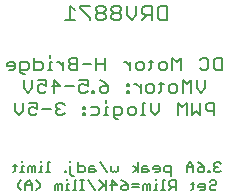
<source format=gbr>
G04 EAGLE Gerber RS-274X export*
G75*
%MOMM*%
%FSLAX34Y34*%
%LPD*%
%INSilkscreen Bottom*%
%IPPOS*%
%AMOC8*
5,1,8,0,0,1.08239X$1,22.5*%
G01*
%ADD10C,0.203200*%
%ADD11C,0.152400*%


D10*
X192866Y186953D02*
X192866Y176276D01*
X187527Y176276D01*
X185748Y178056D01*
X185748Y185174D01*
X187527Y186953D01*
X192866Y186953D01*
X175833Y186953D02*
X174054Y185174D01*
X175833Y186953D02*
X179392Y186953D01*
X181172Y185174D01*
X181172Y178056D01*
X179392Y176276D01*
X175833Y176276D01*
X174054Y178056D01*
X157784Y176276D02*
X157784Y186953D01*
X154225Y183394D01*
X150666Y186953D01*
X150666Y176276D01*
X144311Y176276D02*
X140752Y176276D01*
X138972Y178056D01*
X138972Y181615D01*
X140752Y183394D01*
X144311Y183394D01*
X146090Y181615D01*
X146090Y178056D01*
X144311Y176276D01*
X132617Y178056D02*
X132617Y185174D01*
X132617Y178056D02*
X130837Y176276D01*
X130837Y183394D02*
X134396Y183394D01*
X124821Y176276D02*
X121262Y176276D01*
X119482Y178056D01*
X119482Y181615D01*
X121262Y183394D01*
X124821Y183394D01*
X126600Y181615D01*
X126600Y178056D01*
X124821Y176276D01*
X114906Y176276D02*
X114906Y183394D01*
X114906Y179835D02*
X111347Y183394D01*
X109568Y183394D01*
X93467Y186953D02*
X93467Y176276D01*
X93467Y181615D02*
X86349Y181615D01*
X86349Y186953D02*
X86349Y176276D01*
X81773Y181615D02*
X74655Y181615D01*
X70079Y186953D02*
X70079Y176276D01*
X70079Y186953D02*
X64741Y186953D01*
X62961Y185174D01*
X62961Y183394D01*
X64741Y181615D01*
X62961Y179835D01*
X62961Y178056D01*
X64741Y176276D01*
X70079Y176276D01*
X70079Y181615D02*
X64741Y181615D01*
X58385Y183394D02*
X58385Y176276D01*
X58385Y179835D02*
X54826Y183394D01*
X53047Y183394D01*
X48640Y183394D02*
X46861Y183394D01*
X46861Y176276D01*
X48640Y176276D02*
X45081Y176276D01*
X46861Y186953D02*
X46861Y188733D01*
X33726Y186953D02*
X33726Y176276D01*
X39065Y176276D01*
X40844Y178056D01*
X40844Y181615D01*
X39065Y183394D01*
X33726Y183394D01*
X25591Y172717D02*
X23812Y172717D01*
X22032Y174497D01*
X22032Y183394D01*
X27371Y183394D01*
X29150Y181615D01*
X29150Y178056D01*
X27371Y176276D01*
X22032Y176276D01*
X15677Y176276D02*
X12118Y176276D01*
X15677Y176276D02*
X17456Y178056D01*
X17456Y181615D01*
X15677Y183394D01*
X12118Y183394D01*
X10338Y181615D01*
X10338Y179835D01*
X17456Y179835D01*
X178248Y167903D02*
X178248Y160785D01*
X174689Y157226D01*
X171130Y160785D01*
X171130Y167903D01*
X166554Y167903D02*
X166554Y157226D01*
X162995Y164344D02*
X166554Y167903D01*
X162995Y164344D02*
X159436Y167903D01*
X159436Y157226D01*
X153081Y157226D02*
X149522Y157226D01*
X147742Y159006D01*
X147742Y162565D01*
X149522Y164344D01*
X153081Y164344D01*
X154861Y162565D01*
X154861Y159006D01*
X153081Y157226D01*
X141387Y159006D02*
X141387Y166124D01*
X141387Y159006D02*
X139608Y157226D01*
X139608Y164344D02*
X143167Y164344D01*
X133591Y157226D02*
X130032Y157226D01*
X128253Y159006D01*
X128253Y162565D01*
X130032Y164344D01*
X133591Y164344D01*
X135371Y162565D01*
X135371Y159006D01*
X133591Y157226D01*
X123677Y157226D02*
X123677Y164344D01*
X123677Y160785D02*
X120118Y164344D01*
X118338Y164344D01*
X113932Y164344D02*
X112152Y164344D01*
X112152Y162565D01*
X113932Y162565D01*
X113932Y164344D01*
X113932Y159006D02*
X112152Y159006D01*
X112152Y157226D01*
X113932Y157226D01*
X113932Y159006D01*
X92832Y166124D02*
X89273Y167903D01*
X92832Y166124D02*
X96391Y162565D01*
X96391Y159006D01*
X94611Y157226D01*
X91052Y157226D01*
X89273Y159006D01*
X89273Y160785D01*
X91052Y162565D01*
X96391Y162565D01*
X84697Y159006D02*
X84697Y157226D01*
X84697Y159006D02*
X82917Y159006D01*
X82917Y157226D01*
X84697Y157226D01*
X78850Y167903D02*
X71732Y167903D01*
X78850Y167903D02*
X78850Y162565D01*
X75291Y164344D01*
X73511Y164344D01*
X71732Y162565D01*
X71732Y159006D01*
X73511Y157226D01*
X77070Y157226D01*
X78850Y159006D01*
X67156Y162565D02*
X60038Y162565D01*
X50123Y167903D02*
X50123Y157226D01*
X55462Y162565D02*
X50123Y167903D01*
X48344Y162565D02*
X55462Y162565D01*
X43768Y167903D02*
X36650Y167903D01*
X43768Y167903D02*
X43768Y162565D01*
X40209Y164344D01*
X38429Y164344D01*
X36650Y162565D01*
X36650Y159006D01*
X38429Y157226D01*
X41988Y157226D01*
X43768Y159006D01*
X32074Y160785D02*
X32074Y167903D01*
X32074Y160785D02*
X28515Y157226D01*
X24956Y160785D01*
X24956Y167903D01*
X186044Y148853D02*
X186044Y138176D01*
X186044Y148853D02*
X180706Y148853D01*
X178926Y147074D01*
X178926Y143515D01*
X180706Y141735D01*
X186044Y141735D01*
X174350Y138176D02*
X174350Y148853D01*
X170791Y141735D02*
X174350Y138176D01*
X170791Y141735D02*
X167232Y138176D01*
X167232Y148853D01*
X162657Y148853D02*
X162657Y138176D01*
X159097Y145294D02*
X162657Y148853D01*
X159097Y145294D02*
X155538Y148853D01*
X155538Y138176D01*
X139269Y141735D02*
X139269Y148853D01*
X139269Y141735D02*
X135710Y138176D01*
X132151Y141735D01*
X132151Y148853D01*
X127575Y148853D02*
X125795Y148853D01*
X125795Y138176D01*
X124016Y138176D02*
X127575Y138176D01*
X117999Y138176D02*
X114440Y138176D01*
X112661Y139956D01*
X112661Y143515D01*
X114440Y145294D01*
X117999Y145294D01*
X119779Y143515D01*
X119779Y139956D01*
X117999Y138176D01*
X104526Y134617D02*
X102746Y134617D01*
X100967Y136397D01*
X100967Y145294D01*
X106305Y145294D01*
X108085Y143515D01*
X108085Y139956D01*
X106305Y138176D01*
X100967Y138176D01*
X96391Y145294D02*
X94611Y145294D01*
X94611Y138176D01*
X92832Y138176D02*
X96391Y138176D01*
X94611Y148853D02*
X94611Y150633D01*
X86815Y145294D02*
X81477Y145294D01*
X86815Y145294D02*
X88595Y143515D01*
X88595Y139956D01*
X86815Y138176D01*
X81477Y138176D01*
X76901Y145294D02*
X75121Y145294D01*
X75121Y143515D01*
X76901Y143515D01*
X76901Y145294D01*
X76901Y139956D02*
X75121Y139956D01*
X75121Y138176D01*
X76901Y138176D01*
X76901Y139956D01*
X59360Y147074D02*
X57580Y148853D01*
X54021Y148853D01*
X52242Y147074D01*
X52242Y145294D01*
X54021Y143515D01*
X55801Y143515D01*
X54021Y143515D02*
X52242Y141735D01*
X52242Y139956D01*
X54021Y138176D01*
X57580Y138176D01*
X59360Y139956D01*
X47666Y143515D02*
X40548Y143515D01*
X35972Y148853D02*
X28854Y148853D01*
X35972Y148853D02*
X35972Y143515D01*
X32413Y145294D01*
X30633Y145294D01*
X28854Y143515D01*
X28854Y139956D01*
X30633Y138176D01*
X34192Y138176D01*
X35972Y139956D01*
X24278Y141735D02*
X24278Y148853D01*
X24278Y141735D02*
X20719Y138176D01*
X17160Y141735D01*
X17160Y148853D01*
D11*
X190321Y98305D02*
X191762Y96865D01*
X190321Y98305D02*
X187440Y98305D01*
X186000Y96865D01*
X186000Y95424D01*
X187440Y93984D01*
X188881Y93984D01*
X187440Y93984D02*
X186000Y92543D01*
X186000Y91103D01*
X187440Y89662D01*
X190321Y89662D01*
X191762Y91103D01*
X182407Y91103D02*
X182407Y89662D01*
X182407Y91103D02*
X180966Y91103D01*
X180966Y89662D01*
X182407Y89662D01*
X174848Y96865D02*
X171967Y98305D01*
X174848Y96865D02*
X177729Y93984D01*
X177729Y91103D01*
X176289Y89662D01*
X173407Y89662D01*
X171967Y91103D01*
X171967Y92543D01*
X173407Y93984D01*
X177729Y93984D01*
X168374Y95424D02*
X168374Y89662D01*
X168374Y95424D02*
X165493Y98305D01*
X162612Y95424D01*
X162612Y89662D01*
X162612Y93984D02*
X168374Y93984D01*
X149664Y95424D02*
X149664Y86781D01*
X149664Y95424D02*
X145342Y95424D01*
X143901Y93984D01*
X143901Y91103D01*
X145342Y89662D01*
X149664Y89662D01*
X138868Y89662D02*
X135987Y89662D01*
X138868Y89662D02*
X140308Y91103D01*
X140308Y93984D01*
X138868Y95424D01*
X135987Y95424D01*
X134546Y93984D01*
X134546Y92543D01*
X140308Y92543D01*
X129513Y95424D02*
X126632Y95424D01*
X125191Y93984D01*
X125191Y89662D01*
X129513Y89662D01*
X130953Y91103D01*
X129513Y92543D01*
X125191Y92543D01*
X121598Y89662D02*
X121598Y98305D01*
X121598Y92543D02*
X117276Y89662D01*
X121598Y92543D02*
X117276Y95424D01*
X104447Y95424D02*
X104447Y91103D01*
X103006Y89662D01*
X101566Y91103D01*
X100125Y89662D01*
X98685Y91103D01*
X98685Y95424D01*
X95092Y89662D02*
X89329Y98305D01*
X84296Y95424D02*
X81415Y95424D01*
X79974Y93984D01*
X79974Y89662D01*
X84296Y89662D01*
X85737Y91103D01*
X84296Y92543D01*
X79974Y92543D01*
X70619Y89662D02*
X70619Y98305D01*
X70619Y89662D02*
X74941Y89662D01*
X76381Y91103D01*
X76381Y93984D01*
X74941Y95424D01*
X70619Y95424D01*
X67026Y86781D02*
X65586Y86781D01*
X64145Y88221D01*
X64145Y95424D01*
X64145Y98305D02*
X64145Y99746D01*
X60789Y91103D02*
X60789Y89662D01*
X60789Y91103D02*
X59349Y91103D01*
X59349Y89662D01*
X60789Y89662D01*
X46757Y98305D02*
X45316Y98305D01*
X45316Y89662D01*
X46757Y89662D02*
X43875Y89662D01*
X40520Y95424D02*
X39079Y95424D01*
X39079Y89662D01*
X37639Y89662D02*
X40520Y89662D01*
X39079Y98305D02*
X39079Y99746D01*
X34283Y95424D02*
X34283Y89662D01*
X34283Y95424D02*
X32842Y95424D01*
X31402Y93984D01*
X31402Y89662D01*
X31402Y93984D02*
X29961Y95424D01*
X28521Y93984D01*
X28521Y89662D01*
X24928Y95424D02*
X23487Y95424D01*
X23487Y89662D01*
X22047Y89662D02*
X24928Y89662D01*
X23487Y98305D02*
X23487Y99746D01*
X17250Y96865D02*
X17250Y91103D01*
X15810Y89662D01*
X15810Y95424D02*
X18691Y95424D01*
X182102Y81625D02*
X183542Y83065D01*
X186423Y83065D01*
X187864Y81625D01*
X187864Y80184D01*
X186423Y78744D01*
X183542Y78744D01*
X182102Y77303D01*
X182102Y75863D01*
X183542Y74422D01*
X186423Y74422D01*
X187864Y75863D01*
X177068Y74422D02*
X174187Y74422D01*
X177068Y74422D02*
X178509Y75863D01*
X178509Y78744D01*
X177068Y80184D01*
X174187Y80184D01*
X172747Y78744D01*
X172747Y77303D01*
X178509Y77303D01*
X167713Y75863D02*
X167713Y81625D01*
X167713Y75863D02*
X166272Y74422D01*
X166272Y80184D02*
X169154Y80184D01*
X153562Y83065D02*
X153562Y74422D01*
X153562Y83065D02*
X149240Y83065D01*
X147799Y81625D01*
X147799Y78744D01*
X149240Y77303D01*
X153562Y77303D01*
X150680Y77303D02*
X147799Y74422D01*
X144206Y83065D02*
X142766Y83065D01*
X142766Y74422D01*
X144206Y74422D02*
X141325Y74422D01*
X137970Y80184D02*
X136529Y80184D01*
X136529Y74422D01*
X135089Y74422D02*
X137970Y74422D01*
X136529Y83065D02*
X136529Y84506D01*
X131733Y80184D02*
X131733Y74422D01*
X131733Y80184D02*
X130292Y80184D01*
X128852Y78744D01*
X128852Y74422D01*
X128852Y78744D02*
X127411Y80184D01*
X125971Y78744D01*
X125971Y74422D01*
X122378Y77303D02*
X116615Y77303D01*
X116615Y80184D02*
X122378Y80184D01*
X110141Y81625D02*
X107260Y83065D01*
X110141Y81625D02*
X113022Y78744D01*
X113022Y75863D01*
X111582Y74422D01*
X108701Y74422D01*
X107260Y75863D01*
X107260Y77303D01*
X108701Y78744D01*
X113022Y78744D01*
X99346Y74422D02*
X99346Y83065D01*
X103667Y78744D01*
X97905Y78744D01*
X94312Y83065D02*
X94312Y74422D01*
X94312Y77303D02*
X88550Y83065D01*
X92872Y78744D02*
X88550Y74422D01*
X84957Y74422D02*
X79195Y83065D01*
X75602Y74422D02*
X72721Y74422D01*
X74161Y74422D02*
X74161Y83065D01*
X72721Y83065D02*
X75602Y83065D01*
X69365Y83065D02*
X67924Y83065D01*
X67924Y74422D01*
X66484Y74422D02*
X69365Y74422D01*
X63128Y80184D02*
X61688Y80184D01*
X61688Y74422D01*
X63128Y74422D02*
X60247Y74422D01*
X61688Y83065D02*
X61688Y84506D01*
X56891Y80184D02*
X56891Y74422D01*
X56891Y80184D02*
X55451Y80184D01*
X54010Y78744D01*
X54010Y74422D01*
X54010Y78744D02*
X52570Y80184D01*
X51129Y78744D01*
X51129Y74422D01*
X38181Y77303D02*
X35300Y74422D01*
X38181Y77303D02*
X38181Y80184D01*
X35300Y83065D01*
X31944Y80184D02*
X31944Y74422D01*
X31944Y80184D02*
X29063Y83065D01*
X26182Y80184D01*
X26182Y74422D01*
X26182Y78744D02*
X31944Y78744D01*
X22589Y74422D02*
X19708Y77303D01*
X19708Y80184D01*
X22589Y83065D01*
D10*
X146424Y218694D02*
X146424Y230896D01*
X146424Y218694D02*
X140323Y218694D01*
X138290Y220728D01*
X138290Y228863D01*
X140323Y230896D01*
X146424Y230896D01*
X133327Y230896D02*
X133327Y218694D01*
X133327Y230896D02*
X127226Y230896D01*
X125192Y228863D01*
X125192Y224795D01*
X127226Y222761D01*
X133327Y222761D01*
X129260Y222761D02*
X125192Y218694D01*
X120230Y222761D02*
X120230Y230896D01*
X120230Y222761D02*
X116162Y218694D01*
X112095Y222761D01*
X112095Y230896D01*
X107133Y228863D02*
X105099Y230896D01*
X101032Y230896D01*
X98998Y228863D01*
X98998Y226829D01*
X101032Y224795D01*
X98998Y222761D01*
X98998Y220728D01*
X101032Y218694D01*
X105099Y218694D01*
X107133Y220728D01*
X107133Y222761D01*
X105099Y224795D01*
X107133Y226829D01*
X107133Y228863D01*
X105099Y224795D02*
X101032Y224795D01*
X94035Y228863D02*
X92002Y230896D01*
X87934Y230896D01*
X85901Y228863D01*
X85901Y226829D01*
X87934Y224795D01*
X85901Y222761D01*
X85901Y220728D01*
X87934Y218694D01*
X92002Y218694D01*
X94035Y220728D01*
X94035Y222761D01*
X92002Y224795D01*
X94035Y226829D01*
X94035Y228863D01*
X92002Y224795D02*
X87934Y224795D01*
X80938Y230896D02*
X72803Y230896D01*
X72803Y228863D01*
X80938Y220728D01*
X80938Y218694D01*
X67841Y226829D02*
X63773Y230896D01*
X63773Y218694D01*
X59706Y218694D02*
X67841Y218694D01*
M02*

</source>
